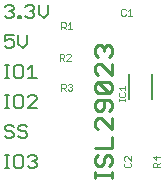
<source format=gtl>
G75*
%MOIN*%
%OFA0B0*%
%FSLAX25Y25*%
%IPPOS*%
%LPD*%
%AMOC8*
5,1,8,0,0,1.08239X$1,22.5*
%
%ADD10C,0.01000*%
%ADD11C,0.00200*%
%ADD12C,0.00500*%
D10*
X0060495Y0011208D02*
X0060495Y0013076D01*
X0060495Y0012142D02*
X0066100Y0012142D01*
X0066100Y0011208D02*
X0066100Y0013076D01*
X0065166Y0015260D02*
X0066100Y0016194D01*
X0066100Y0018062D01*
X0065166Y0018996D01*
X0064232Y0018996D01*
X0063298Y0018062D01*
X0063298Y0016194D01*
X0062363Y0015260D01*
X0061429Y0015260D01*
X0060495Y0016194D01*
X0060495Y0018062D01*
X0061429Y0018996D01*
X0060495Y0021337D02*
X0066100Y0021337D01*
X0066100Y0025073D01*
X0066100Y0027414D02*
X0062363Y0031151D01*
X0061429Y0031151D01*
X0060495Y0030216D01*
X0060495Y0028348D01*
X0061429Y0027414D01*
X0066100Y0027414D02*
X0066100Y0031151D01*
X0065166Y0033491D02*
X0066100Y0034425D01*
X0066100Y0036294D01*
X0065166Y0037228D01*
X0061429Y0037228D01*
X0060495Y0036294D01*
X0060495Y0034425D01*
X0061429Y0033491D01*
X0062363Y0033491D01*
X0063298Y0034425D01*
X0063298Y0037228D01*
X0065166Y0039568D02*
X0061429Y0039568D01*
X0060495Y0040503D01*
X0060495Y0042371D01*
X0061429Y0043305D01*
X0065166Y0039568D01*
X0066100Y0040503D01*
X0066100Y0042371D01*
X0065166Y0043305D01*
X0061429Y0043305D01*
X0061429Y0045646D02*
X0060495Y0046580D01*
X0060495Y0048448D01*
X0061429Y0049382D01*
X0062363Y0049382D01*
X0066100Y0045646D01*
X0066100Y0049382D01*
X0065166Y0051723D02*
X0066100Y0052657D01*
X0066100Y0054525D01*
X0065166Y0055459D01*
X0064232Y0055459D01*
X0063298Y0054525D01*
X0063298Y0053591D01*
X0063298Y0054525D02*
X0062363Y0055459D01*
X0061429Y0055459D01*
X0060495Y0054525D01*
X0060495Y0052657D01*
X0061429Y0051723D01*
D11*
X0052278Y0051868D02*
X0052278Y0052235D01*
X0051911Y0052602D01*
X0051177Y0052602D01*
X0050810Y0052235D01*
X0050068Y0052235D02*
X0050068Y0051501D01*
X0049701Y0051134D01*
X0048600Y0051134D01*
X0049334Y0051134D02*
X0050068Y0050400D01*
X0050810Y0050400D02*
X0052278Y0051868D01*
X0052278Y0050400D02*
X0050810Y0050400D01*
X0050068Y0052235D02*
X0049701Y0052602D01*
X0048600Y0052602D01*
X0048600Y0050400D01*
X0049100Y0042602D02*
X0050201Y0042602D01*
X0050568Y0042235D01*
X0050568Y0041501D01*
X0050201Y0041134D01*
X0049100Y0041134D01*
X0049834Y0041134D02*
X0050568Y0040400D01*
X0051310Y0040767D02*
X0051677Y0040400D01*
X0052411Y0040400D01*
X0052778Y0040767D01*
X0052778Y0041134D01*
X0052411Y0041501D01*
X0052044Y0041501D01*
X0052411Y0041501D02*
X0052778Y0041868D01*
X0052778Y0042235D01*
X0052411Y0042602D01*
X0051677Y0042602D01*
X0051310Y0042235D01*
X0049100Y0042602D02*
X0049100Y0040400D01*
X0068198Y0041317D02*
X0070400Y0041317D01*
X0070400Y0040583D02*
X0070400Y0042051D01*
X0068932Y0040583D02*
X0068198Y0041317D01*
X0068565Y0039841D02*
X0068198Y0039474D01*
X0068198Y0038740D01*
X0068565Y0038373D01*
X0070033Y0038373D01*
X0070400Y0038740D01*
X0070400Y0039474D01*
X0070033Y0039841D01*
X0070400Y0037634D02*
X0070400Y0036900D01*
X0070400Y0037267D02*
X0068198Y0037267D01*
X0068198Y0036900D02*
X0068198Y0037634D01*
X0070506Y0018428D02*
X0070139Y0018061D01*
X0070139Y0017327D01*
X0070506Y0016960D01*
X0070506Y0016218D02*
X0070139Y0015851D01*
X0070139Y0015117D01*
X0070506Y0014750D01*
X0071974Y0014750D01*
X0072341Y0015117D01*
X0072341Y0015851D01*
X0071974Y0016218D01*
X0072341Y0016960D02*
X0070873Y0018428D01*
X0070506Y0018428D01*
X0072341Y0018428D02*
X0072341Y0016960D01*
X0079698Y0016001D02*
X0079698Y0014900D01*
X0081900Y0014900D01*
X0081166Y0014900D02*
X0081166Y0016001D01*
X0080799Y0016368D01*
X0080065Y0016368D01*
X0079698Y0016001D01*
X0081166Y0015634D02*
X0081900Y0016368D01*
X0080799Y0017110D02*
X0080799Y0018578D01*
X0079698Y0018211D02*
X0080799Y0017110D01*
X0081900Y0018211D02*
X0079698Y0018211D01*
X0052778Y0060900D02*
X0051310Y0060900D01*
X0052044Y0060900D02*
X0052044Y0063102D01*
X0051310Y0062368D01*
X0050568Y0062735D02*
X0050568Y0062001D01*
X0050201Y0061634D01*
X0049100Y0061634D01*
X0049834Y0061634D02*
X0050568Y0060900D01*
X0049100Y0060900D02*
X0049100Y0063102D01*
X0050201Y0063102D01*
X0050568Y0062735D01*
X0069100Y0065767D02*
X0069467Y0065400D01*
X0070201Y0065400D01*
X0070568Y0065767D01*
X0071310Y0065400D02*
X0072778Y0065400D01*
X0072044Y0065400D02*
X0072044Y0067602D01*
X0071310Y0066868D01*
X0070568Y0067235D02*
X0070201Y0067602D01*
X0069467Y0067602D01*
X0069100Y0067235D01*
X0069100Y0065767D01*
D12*
X0031751Y0014550D02*
X0030250Y0014550D01*
X0031001Y0014550D02*
X0031001Y0019054D01*
X0031751Y0019054D02*
X0030250Y0019054D01*
X0033319Y0018303D02*
X0033319Y0015301D01*
X0034070Y0014550D01*
X0035571Y0014550D01*
X0036322Y0015301D01*
X0036322Y0018303D01*
X0035571Y0019054D01*
X0034070Y0019054D01*
X0033319Y0018303D01*
X0037923Y0018303D02*
X0038674Y0019054D01*
X0040175Y0019054D01*
X0040926Y0018303D01*
X0040926Y0017553D01*
X0040175Y0016802D01*
X0040926Y0016051D01*
X0040926Y0015301D01*
X0040175Y0014550D01*
X0038674Y0014550D01*
X0037923Y0015301D01*
X0039424Y0016802D02*
X0040175Y0016802D01*
X0037106Y0024550D02*
X0035605Y0024550D01*
X0034854Y0025301D01*
X0033253Y0025301D02*
X0033253Y0026051D01*
X0032502Y0026802D01*
X0031001Y0026802D01*
X0030250Y0027553D01*
X0030250Y0028303D01*
X0031001Y0029054D01*
X0032502Y0029054D01*
X0033253Y0028303D01*
X0034854Y0028303D02*
X0034854Y0027553D01*
X0035605Y0026802D01*
X0037106Y0026802D01*
X0037856Y0026051D01*
X0037856Y0025301D01*
X0037106Y0024550D01*
X0033253Y0025301D02*
X0032502Y0024550D01*
X0031001Y0024550D01*
X0030250Y0025301D01*
X0034854Y0028303D02*
X0035605Y0029054D01*
X0037106Y0029054D01*
X0037856Y0028303D01*
X0037923Y0034550D02*
X0040926Y0037553D01*
X0040926Y0038303D01*
X0040175Y0039054D01*
X0038674Y0039054D01*
X0037923Y0038303D01*
X0036322Y0038303D02*
X0035571Y0039054D01*
X0034070Y0039054D01*
X0033319Y0038303D01*
X0033319Y0035301D01*
X0034070Y0034550D01*
X0035571Y0034550D01*
X0036322Y0035301D01*
X0036322Y0038303D01*
X0031751Y0039054D02*
X0030250Y0039054D01*
X0031001Y0039054D02*
X0031001Y0034550D01*
X0031751Y0034550D02*
X0030250Y0034550D01*
X0037923Y0034550D02*
X0040926Y0034550D01*
X0040926Y0044550D02*
X0037923Y0044550D01*
X0039424Y0044550D02*
X0039424Y0049054D01*
X0037923Y0047553D01*
X0036322Y0048303D02*
X0035571Y0049054D01*
X0034070Y0049054D01*
X0033319Y0048303D01*
X0033319Y0045301D01*
X0034070Y0044550D01*
X0035571Y0044550D01*
X0036322Y0045301D01*
X0036322Y0048303D01*
X0031751Y0049054D02*
X0030250Y0049054D01*
X0031001Y0049054D02*
X0031001Y0044550D01*
X0031751Y0044550D02*
X0030250Y0044550D01*
X0031001Y0054550D02*
X0030250Y0055301D01*
X0031001Y0054550D02*
X0032502Y0054550D01*
X0033253Y0055301D01*
X0033253Y0056802D01*
X0032502Y0057553D01*
X0031751Y0057553D01*
X0030250Y0056802D01*
X0030250Y0059054D01*
X0033253Y0059054D01*
X0034854Y0059054D02*
X0034854Y0056051D01*
X0036355Y0054550D01*
X0037856Y0056051D01*
X0037856Y0059054D01*
X0037907Y0064550D02*
X0037156Y0065301D01*
X0037907Y0064550D02*
X0039408Y0064550D01*
X0040158Y0065301D01*
X0040158Y0066051D01*
X0039408Y0066802D01*
X0038657Y0066802D01*
X0039408Y0066802D02*
X0040158Y0067553D01*
X0040158Y0068303D01*
X0039408Y0069054D01*
X0037907Y0069054D01*
X0037156Y0068303D01*
X0035605Y0065301D02*
X0034854Y0065301D01*
X0034854Y0064550D01*
X0035605Y0064550D01*
X0035605Y0065301D01*
X0033253Y0065301D02*
X0032502Y0064550D01*
X0031001Y0064550D01*
X0030250Y0065301D01*
X0031751Y0066802D02*
X0032502Y0066802D01*
X0033253Y0066051D01*
X0033253Y0065301D01*
X0032502Y0066802D02*
X0033253Y0067553D01*
X0033253Y0068303D01*
X0032502Y0069054D01*
X0031001Y0069054D01*
X0030250Y0068303D01*
X0041760Y0069054D02*
X0041760Y0066051D01*
X0043261Y0064550D01*
X0044762Y0066051D01*
X0044762Y0069054D01*
X0071563Y0045934D02*
X0071563Y0037666D01*
X0079437Y0037666D02*
X0079437Y0045934D01*
M02*

</source>
